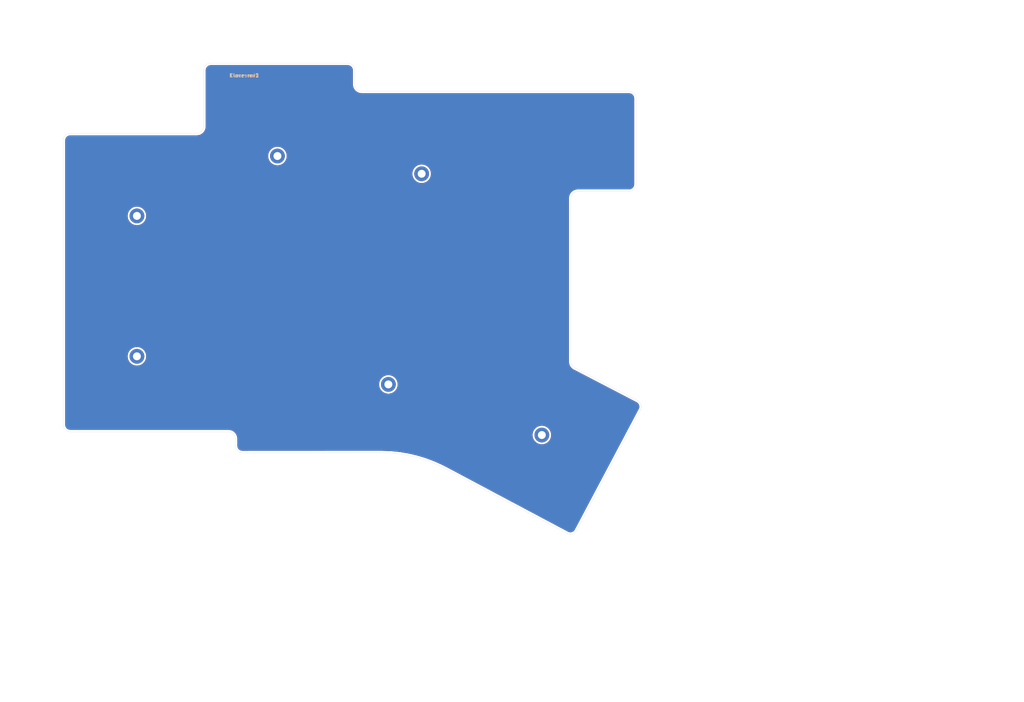
<source format=kicad_pcb>
(kicad_pcb (version 20171130) (host pcbnew "(5.1.6)-1")

  (general
    (thickness 1.6)
    (drawings 35)
    (tracks 0)
    (zones 0)
    (modules 6)
    (nets 1)
  )

  (page A4)
  (title_block
    (title "Klave Keyboard - Bottom")
    (date 2020-09-20)
    (rev 1)
  )

  (layers
    (0 F.Cu signal)
    (31 B.Cu signal)
    (32 B.Adhes user)
    (33 F.Adhes user)
    (34 B.Paste user)
    (35 F.Paste user)
    (36 B.SilkS user)
    (37 F.SilkS user)
    (38 B.Mask user)
    (39 F.Mask user)
    (40 Dwgs.User user)
    (41 Cmts.User user)
    (42 Eco1.User user)
    (43 Eco2.User user)
    (44 Edge.Cuts user)
    (45 Margin user)
    (46 B.CrtYd user)
    (47 F.CrtYd user)
    (48 B.Fab user)
    (49 F.Fab user)
  )

  (setup
    (last_trace_width 0.25)
    (trace_clearance 0.2)
    (zone_clearance 0.508)
    (zone_45_only no)
    (trace_min 0.25)
    (via_size 0.8)
    (via_drill 0.4)
    (via_min_size 0.4)
    (via_min_drill 0.3)
    (uvia_size 0.3)
    (uvia_drill 0.1)
    (uvias_allowed no)
    (uvia_min_size 0.2)
    (uvia_min_drill 0.1)
    (edge_width 0.05)
    (segment_width 0.2)
    (pcb_text_width 0.3)
    (pcb_text_size 1.5 1.5)
    (mod_edge_width 0.12)
    (mod_text_size 1 1)
    (mod_text_width 0.15)
    (pad_size 1.524 1.524)
    (pad_drill 0.762)
    (pad_to_mask_clearance 0.05)
    (aux_axis_origin 0 0)
    (visible_elements 7FFFFF7F)
    (pcbplotparams
      (layerselection 0x010fc_ffffffff)
      (usegerberextensions false)
      (usegerberattributes true)
      (usegerberadvancedattributes true)
      (creategerberjobfile true)
      (excludeedgelayer true)
      (linewidth 0.100000)
      (plotframeref false)
      (viasonmask false)
      (mode 1)
      (useauxorigin false)
      (hpglpennumber 1)
      (hpglpenspeed 20)
      (hpglpendiameter 15.000000)
      (psnegative false)
      (psa4output false)
      (plotreference true)
      (plotvalue true)
      (plotinvisibletext false)
      (padsonsilk false)
      (subtractmaskfromsilk false)
      (outputformat 1)
      (mirror false)
      (drillshape 0)
      (scaleselection 1)
      (outputdirectory "Gerber/"))
  )

  (net 0 "")

  (net_class Default "This is the default net class."
    (clearance 0.2)
    (trace_width 0.25)
    (via_dia 0.8)
    (via_drill 0.4)
    (uvia_dia 0.3)
    (uvia_drill 0.1)
    (diff_pair_width 0.25)
    (diff_pair_gap 0.25)
  )

  (module KlaveLib:MountingHole_4.0mm_2.15mm locked (layer F.Cu) (tedit 5F677360) (tstamp 5F5BBD53)
    (at 156.5 127.7)
    (path /5F5B5E1A)
    (fp_text reference H6 (at 0 0.5) (layer F.SilkS) hide
      (effects (font (size 1 1) (thickness 0.15)))
    )
    (fp_text value MountingHole (at 0 -0.5) (layer F.Fab) hide
      (effects (font (size 1 1) (thickness 0.15)))
    )
    (pad MH thru_hole circle (at 0 0) (size 4 4) (drill 2.15) (layers *.Cu *.Mask))
  )

  (module KlaveLib:MountingHole_4.0mm_2.15mm locked (layer F.Cu) (tedit 5F677360) (tstamp 5F5B8D83)
    (at 124 57)
    (path /5F5B5C05)
    (fp_text reference H5 (at 0 0.5) (layer F.SilkS) hide
      (effects (font (size 1 1) (thickness 0.15)))
    )
    (fp_text value MountingHole (at 0 -0.5) (layer F.Fab) hide
      (effects (font (size 1 1) (thickness 0.15)))
    )
    (pad MH thru_hole circle (at 0 0) (size 4 4) (drill 2.15) (layers *.Cu *.Mask))
  )

  (module KlaveLib:MountingHole_4.0mm_2.15mm locked (layer F.Cu) (tedit 5F677360) (tstamp 5F5B8D7E)
    (at 115 114)
    (path /5F5B5A17)
    (fp_text reference H4 (at 0 0.5) (layer F.SilkS) hide
      (effects (font (size 1 1) (thickness 0.15)))
    )
    (fp_text value MountingHole (at 0 -0.5) (layer F.Fab) hide
      (effects (font (size 1 1) (thickness 0.15)))
    )
    (pad MH thru_hole circle (at 0 0) (size 4 4) (drill 2.15) (layers *.Cu *.Mask))
  )

  (module KlaveLib:MountingHole_4.0mm_2.15mm locked (layer F.Cu) (tedit 5F677360) (tstamp 5F5B8D79)
    (at 85 52.2)
    (path /5F5B58B2)
    (fp_text reference H3 (at 0 0.5) (layer F.SilkS) hide
      (effects (font (size 1 1) (thickness 0.15)))
    )
    (fp_text value MountingHole (at 0 -0.5) (layer F.Fab) hide
      (effects (font (size 1 1) (thickness 0.15)))
    )
    (pad MH thru_hole circle (at 0 0) (size 4 4) (drill 2.15) (layers *.Cu *.Mask))
  )

  (module KlaveLib:MountingHole_4.0mm_2.15mm locked (layer F.Cu) (tedit 5F677360) (tstamp 5F5B8D74)
    (at 47 106.4)
    (path /5F5B55A1)
    (fp_text reference H2 (at 0 0.5) (layer F.SilkS) hide
      (effects (font (size 1 1) (thickness 0.15)))
    )
    (fp_text value MountingHole (at 0 -0.5) (layer F.Fab) hide
      (effects (font (size 1 1) (thickness 0.15)))
    )
    (pad MH thru_hole circle (at 0 0) (size 4 4) (drill 2.15) (layers *.Cu *.Mask))
  )

  (module KlaveLib:MountingHole_4.0mm_2.15mm locked (layer F.Cu) (tedit 5F677360) (tstamp 5F5BA69B)
    (at 47 68.4)
    (path /5F5B2965)
    (fp_text reference H1 (at 0 0.5) (layer F.SilkS) hide
      (effects (font (size 1 1) (thickness 0.15)))
    )
    (fp_text value MountingHole (at 0 -0.5) (layer F.Fab) hide
      (effects (font (size 1 1) (thickness 0.15)))
    )
    (pad MH thru_hole circle (at 0 0) (size 4 4) (drill 2.15) (layers *.Cu *.Mask))
  )

  (gr_arc (start 113 169.686253) (end 130.4825 136.8475) (angle -28.02967881) (layer Edge.Cuts) (width 0.05) (tstamp 5F564770))
  (gr_arc (start 181.4975 120.0325) (end 183.254999 120.744999) (angle -83.57226094) (layer Edge.Cuts) (width 0.05))
  (gr_arc (start 164.2075 152.665) (end 163.495001 154.422499) (angle -80.36645324) (layer Edge.Cuts) (width 0.05))
  (gr_arc (start 166.25 107.825) (end 164.35 107.825) (angle -58.29857939) (layer Edge.Cuts) (width 0.05))
  (gr_arc (start 166.25 63.65) (end 166.25 61.75) (angle -90) (layer Edge.Cuts) (width 0.05))
  (gr_arc (start 180.1 59.85) (end 180.1 61.75) (angle -90) (layer Edge.Cuts) (width 0.05))
  (gr_arc (start 180.1 36.575) (end 182 36.575) (angle -90) (layer Edge.Cuts) (width 0.05) (tstamp 5F56D788))
  (gr_arc (start 75.525 130.6) (end 73.625 130.6) (angle -90) (layer Edge.Cuts) (width 0.05))
  (gr_arc (start 71.725 128.725) (end 73.625 128.725) (angle -90) (layer Edge.Cuts) (width 0.05))
  (gr_arc (start 107.825 32.775) (end 105.925 32.775) (angle -90) (layer Edge.Cuts) (width 0.05))
  (gr_arc (start 104.025 28.975) (end 105.925 28.975) (angle -90) (layer Edge.Cuts) (width 0.05))
  (gr_arc (start 66.975 28.975) (end 66.975 27.075) (angle -90) (layer Edge.Cuts) (width 0.05))
  (gr_arc (start 28.975 124.925) (end 27.075 124.925) (angle -90) (layer Edge.Cuts) (width 0.05))
  (gr_arc (start 28.975 47.975) (end 28.975 46.075) (angle -90) (layer Edge.Cuts) (width 0.05))
  (gr_arc (start 63.175 44.175) (end 63.175 46.075) (angle -90) (layer Edge.Cuts) (width 0.05))
  (gr_text "Klave rev1" (at 76 30.4) (layer B.SilkS) (tstamp 5F55C415)
    (effects (font (size 1 1) (thickness 0.15)) (justify mirror))
  )
  (gr_text "Klave rev1" (at 76 30.4) (layer F.SilkS)
    (effects (font (size 1 1) (thickness 0.15)))
  )
  (gr_line (start 65.075 44.175) (end 65.075 28.975) (layer Edge.Cuts) (width 0.05))
  (dimension 156.4 (width 0.15) (layer Cmts.User) (tstamp 5F56476B)
    (gr_text "156.400 mm" (at 105.2 164.575) (layer Cmts.User) (tstamp 5F56476B)
      (effects (font (size 1 1) (thickness 0.15)))
    )
    (feature1 (pts (xy 27 120) (xy 27 163.861421)))
    (feature2 (pts (xy 183.4 120) (xy 183.4 163.861421)))
    (crossbar (pts (xy 183.4 163.275) (xy 27 163.275)))
    (arrow1a (pts (xy 27 163.275) (xy 28.126504 162.688579)))
    (arrow1b (pts (xy 27 163.275) (xy 28.126504 163.861421)))
    (arrow2a (pts (xy 183.4 163.275) (xy 182.273496 162.688579)))
    (arrow2b (pts (xy 183.4 163.275) (xy 182.273496 163.861421)))
  )
  (dimension 127.525002 (width 0.15) (layer Cmts.User)
    (gr_text "127.525 mm" (at 220.612498 90.860358 90) (layer Cmts.User)
      (effects (font (size 1 1) (thickness 0.15)))
    )
    (feature1 (pts (xy 104.025 27.075) (xy 219.911419 27.097718)))
    (feature2 (pts (xy 104 154.6) (xy 219.886419 154.622718)))
    (crossbar (pts (xy 219.299998 154.622603) (xy 219.324998 27.097603)))
    (arrow1a (pts (xy 219.324998 27.097603) (xy 219.911198 28.224222)))
    (arrow1b (pts (xy 219.324998 27.097603) (xy 218.738356 28.223992)))
    (arrow2a (pts (xy 219.299998 154.622603) (xy 219.88664 153.496214)))
    (arrow2b (pts (xy 219.299998 154.622603) (xy 218.713798 153.495984)))
  )
  (gr_line (start 73.625 128.725) (end 73.625 130.6) (layer Edge.Cuts) (width 0.05) (tstamp 5F552629))
  (gr_line (start 105.925 28.975) (end 105.925 32.775) (layer Edge.Cuts) (width 0.05))
  (gr_line (start 84.55 27.075) (end 104.025 27.075) (layer Edge.Cuts) (width 0.05))
  (gr_line (start 66.975 27.075) (end 84.55 27.075) (layer Edge.Cuts) (width 0.05))
  (gr_line (start 28.975 46.075) (end 63.175 46.075) (layer Edge.Cuts) (width 0.05))
  (gr_line (start 27.075 124.925) (end 27.075 47.975) (layer Edge.Cuts) (width 0.05))
  (gr_line (start 71.725 126.825) (end 28.975 126.825) (layer Edge.Cuts) (width 0.05))
  (gr_line (start 113 132.483813) (end 75.525 132.5) (layer Edge.Cuts) (width 0.05))
  (gr_line (start 163.495001 154.422499) (end 130.4825 136.8475) (layer Edge.Cuts) (width 0.05))
  (gr_line (start 183.254999 120.744999) (end 165.820981 153.661562) (layer Edge.Cuts) (width 0.05))
  (gr_line (start 165.251564 109.441516) (end 182.402272 118.365813) (layer Edge.Cuts) (width 0.05))
  (gr_line (start 164.35 63.65) (end 164.35 107.825) (layer Edge.Cuts) (width 0.05))
  (gr_line (start 180.1 61.75) (end 166.25 61.75) (layer Edge.Cuts) (width 0.05))
  (gr_line (start 182 36.575) (end 182 59.85) (layer Edge.Cuts) (width 0.05))
  (gr_line (start 107.825 34.675) (end 180.1 34.675) (layer Edge.Cuts) (width 0.05))

  (zone (net 0) (net_name "") (layer F.Cu) (tstamp 5F672D99) (hatch edge 0.508)
    (connect_pads (clearance 0.508))
    (min_thickness 0.254)
    (fill yes (arc_segments 32) (thermal_gap 0.508) (thermal_bridge_width 0.508))
    (polygon
      (pts
        (xy 286.9 199.975) (xy 9.975 199.975) (xy 9.975 9.975) (xy 286.9 9.975)
      )
    )
    (filled_polygon
      (pts
        (xy 104.265232 27.76172) (xy 104.496325 27.831491) (xy 104.709457 27.944816) (xy 104.896517 28.097378) (xy 105.050382 28.283369)
        (xy 105.165192 28.495706) (xy 105.236574 28.726303) (xy 105.265 28.996759) (xy 105.265001 32.807419) (xy 105.267844 32.836289)
        (xy 105.267762 32.848082) (xy 105.268662 32.857253) (xy 105.307423 33.226037) (xy 105.319444 33.2846) (xy 105.330659 33.343393)
        (xy 105.333323 33.352215) (xy 105.442976 33.706447) (xy 105.466164 33.76161) (xy 105.488566 33.817056) (xy 105.492892 33.825192)
        (xy 105.669261 34.151379) (xy 105.702706 34.200963) (xy 105.735466 34.251026) (xy 105.741291 34.258167) (xy 105.977657 34.543884)
        (xy 106.020089 34.586022) (xy 106.061955 34.628774) (xy 106.06905 34.634642) (xy 106.069056 34.634648) (xy 106.069063 34.634652)
        (xy 106.356417 34.869013) (xy 106.406192 34.902083) (xy 106.455598 34.935913) (xy 106.463705 34.940295) (xy 106.791115 35.114383)
        (xy 106.846416 35.137176) (xy 106.901401 35.160743) (xy 106.910204 35.163468) (xy 107.265193 35.270646) (xy 107.32391 35.282272)
        (xy 107.382386 35.294702) (xy 107.391549 35.295665) (xy 107.391551 35.295665) (xy 107.760596 35.33185) (xy 107.760598 35.33185)
        (xy 107.792581 35.335) (xy 180.067722 35.335) (xy 180.340232 35.36172) (xy 180.571325 35.431491) (xy 180.784457 35.544816)
        (xy 180.971517 35.697378) (xy 181.125382 35.883369) (xy 181.240192 36.095706) (xy 181.311574 36.326303) (xy 181.34 36.596759)
        (xy 181.340001 59.817711) (xy 181.31328 60.090232) (xy 181.243509 60.321325) (xy 181.130186 60.534454) (xy 180.977622 60.721517)
        (xy 180.791633 60.87538) (xy 180.579295 60.990192) (xy 180.348697 61.061574) (xy 180.078241 61.09) (xy 166.217581 61.09)
        (xy 166.188702 61.092844) (xy 166.176918 61.092762) (xy 166.167746 61.093662) (xy 165.798963 61.132423) (xy 165.74037 61.14445)
        (xy 165.681606 61.15566) (xy 165.672784 61.158323) (xy 165.318553 61.267976) (xy 165.263402 61.29116) (xy 165.207944 61.313566)
        (xy 165.199807 61.317892) (xy 164.873621 61.494261) (xy 164.824037 61.527706) (xy 164.773974 61.560466) (xy 164.766833 61.566291)
        (xy 164.481116 61.802657) (xy 164.438995 61.845073) (xy 164.396226 61.886955) (xy 164.390353 61.894056) (xy 164.155987 62.181417)
        (xy 164.122917 62.231192) (xy 164.089087 62.280598) (xy 164.084705 62.288705) (xy 163.910618 62.616115) (xy 163.887826 62.671411)
        (xy 163.864257 62.726401) (xy 163.861532 62.735204) (xy 163.754354 63.090193) (xy 163.742728 63.14891) (xy 163.730298 63.207386)
        (xy 163.729335 63.21655) (xy 163.69315 63.585596) (xy 163.69 63.617582) (xy 163.690001 107.857419) (xy 163.69065 107.864009)
        (xy 163.691662 107.914443) (xy 163.695692 107.94849) (xy 163.696588 107.982765) (xy 163.697791 107.991901) (xy 163.748749 108.359198)
        (xy 163.762703 108.417327) (xy 163.77586 108.475719) (xy 163.778815 108.484448) (xy 163.900143 108.834852) (xy 163.925126 108.889172)
        (xy 163.949372 108.94389) (xy 163.953966 108.951879) (xy 164.141045 109.272044) (xy 164.176134 109.32052) (xy 164.210514 109.369441)
        (xy 164.216572 109.376386) (xy 164.462274 109.654116) (xy 164.506109 109.694852) (xy 164.549339 109.736166) (xy 164.556631 109.741802)
        (xy 164.8192 109.941836) (xy 164.836546 109.958802) (xy 164.918154 110.012031) (xy 182.063831 118.933711) (xy 182.2852 119.083565)
        (xy 182.454513 119.254634) (xy 182.587375 119.455333) (xy 182.678725 119.678018) (xy 182.725081 119.914201) (xy 182.72468 120.154896)
        (xy 182.674112 120.408064) (xy 182.648998 120.479054) (xy 165.26312 153.304727) (xy 165.110902 153.504533) (xy 164.930629 153.664016)
        (xy 164.722818 153.785444) (xy 164.495367 153.8642) (xy 164.256966 153.897275) (xy 164.01667 153.883414) (xy 163.764211 153.818118)
        (xy 130.764036 136.249681) (xy 130.758364 136.247343) (xy 129.549365 135.632261) (xy 129.546673 135.630999) (xy 129.544067 135.629596)
        (xy 129.519064 135.617803) (xy 127.325571 134.638903) (xy 127.318643 134.636076) (xy 127.311829 134.632956) (xy 127.286117 134.622802)
        (xy 125.034025 133.787492) (xy 125.026921 133.785115) (xy 125.019926 133.782444) (xy 124.993613 133.773971) (xy 122.692311 133.085736)
        (xy 122.68508 133.083826) (xy 122.677917 133.081608) (xy 122.651112 133.07485) (xy 120.310193 132.536558) (xy 120.302833 132.535114)
        (xy 120.295563 132.533369) (xy 120.268377 132.528354) (xy 117.8976 132.142248) (xy 117.890171 132.141283) (xy 117.882794 132.140009)
        (xy 117.855352 132.136761) (xy 117.855342 132.13676) (xy 117.855339 132.13676) (xy 115.46459 131.904451) (xy 115.457118 131.903968)
        (xy 115.449671 131.903172) (xy 115.422066 131.901701) (xy 113.04288 131.824854) (xy 113.032133 131.8238) (xy 75.557146 131.839987)
        (xy 75.284768 131.81328) (xy 75.053675 131.743509) (xy 74.840546 131.630186) (xy 74.653483 131.477622) (xy 74.49962 131.291633)
        (xy 74.384808 131.079295) (xy 74.313426 130.848697) (xy 74.285 130.578241) (xy 74.285 128.692581) (xy 74.282156 128.663702)
        (xy 74.282238 128.651918) (xy 74.281338 128.642746) (xy 74.242577 128.273963) (xy 74.23055 128.21537) (xy 74.21934 128.156606)
        (xy 74.216677 128.147784) (xy 74.107024 127.793553) (xy 74.08384 127.738402) (xy 74.061434 127.682944) (xy 74.057108 127.674807)
        (xy 73.930405 127.440475) (xy 153.865 127.440475) (xy 153.865 127.959525) (xy 153.966261 128.468601) (xy 154.164893 128.948141)
        (xy 154.453262 129.379715) (xy 154.820285 129.746738) (xy 155.251859 130.035107) (xy 155.731399 130.233739) (xy 156.240475 130.335)
        (xy 156.759525 130.335) (xy 157.268601 130.233739) (xy 157.748141 130.035107) (xy 158.179715 129.746738) (xy 158.546738 129.379715)
        (xy 158.835107 128.948141) (xy 159.033739 128.468601) (xy 159.135 127.959525) (xy 159.135 127.440475) (xy 159.033739 126.931399)
        (xy 158.835107 126.451859) (xy 158.546738 126.020285) (xy 158.179715 125.653262) (xy 157.748141 125.364893) (xy 157.268601 125.166261)
        (xy 156.759525 125.065) (xy 156.240475 125.065) (xy 155.731399 125.166261) (xy 155.251859 125.364893) (xy 154.820285 125.653262)
        (xy 154.453262 126.020285) (xy 154.164893 126.451859) (xy 153.966261 126.931399) (xy 153.865 127.440475) (xy 73.930405 127.440475)
        (xy 73.880739 127.348621) (xy 73.847294 127.299037) (xy 73.814534 127.248974) (xy 73.808709 127.241833) (xy 73.572343 126.956116)
        (xy 73.529927 126.913995) (xy 73.488045 126.871226) (xy 73.480944 126.865353) (xy 73.193583 126.630987) (xy 73.143808 126.597917)
        (xy 73.094402 126.564087) (xy 73.086295 126.559705) (xy 72.758885 126.385618) (xy 72.703589 126.362826) (xy 72.648599 126.339257)
        (xy 72.639796 126.336532) (xy 72.284807 126.229354) (xy 72.22609 126.217728) (xy 72.167614 126.205298) (xy 72.15845 126.204335)
        (xy 71.789404 126.16815) (xy 71.789402 126.16815) (xy 71.757419 126.165) (xy 29.007279 126.165) (xy 28.734768 126.13828)
        (xy 28.503675 126.068509) (xy 28.290546 125.955186) (xy 28.103483 125.802622) (xy 27.94962 125.616633) (xy 27.834808 125.404295)
        (xy 27.763426 125.173697) (xy 27.735 124.903241) (xy 27.735 113.740475) (xy 112.365 113.740475) (xy 112.365 114.259525)
        (xy 112.466261 114.768601) (xy 112.664893 115.248141) (xy 112.953262 115.679715) (xy 113.320285 116.046738) (xy 113.751859 116.335107)
        (xy 114.231399 116.533739) (xy 114.740475 116.635) (xy 115.259525 116.635) (xy 115.768601 116.533739) (xy 116.248141 116.335107)
        (xy 116.679715 116.046738) (xy 117.046738 115.679715) (xy 117.335107 115.248141) (xy 117.533739 114.768601) (xy 117.635 114.259525)
        (xy 117.635 113.740475) (xy 117.533739 113.231399) (xy 117.335107 112.751859) (xy 117.046738 112.320285) (xy 116.679715 111.953262)
        (xy 116.248141 111.664893) (xy 115.768601 111.466261) (xy 115.259525 111.365) (xy 114.740475 111.365) (xy 114.231399 111.466261)
        (xy 113.751859 111.664893) (xy 113.320285 111.953262) (xy 112.953262 112.320285) (xy 112.664893 112.751859) (xy 112.466261 113.231399)
        (xy 112.365 113.740475) (xy 27.735 113.740475) (xy 27.735 106.140475) (xy 44.365 106.140475) (xy 44.365 106.659525)
        (xy 44.466261 107.168601) (xy 44.664893 107.648141) (xy 44.953262 108.079715) (xy 45.320285 108.446738) (xy 45.751859 108.735107)
        (xy 46.231399 108.933739) (xy 46.740475 109.035) (xy 47.259525 109.035) (xy 47.768601 108.933739) (xy 48.248141 108.735107)
        (xy 48.679715 108.446738) (xy 49.046738 108.079715) (xy 49.335107 107.648141) (xy 49.533739 107.168601) (xy 49.635 106.659525)
        (xy 49.635 106.140475) (xy 49.533739 105.631399) (xy 49.335107 105.151859) (xy 49.046738 104.720285) (xy 48.679715 104.353262)
        (xy 48.248141 104.064893) (xy 47.768601 103.866261) (xy 47.259525 103.765) (xy 46.740475 103.765) (xy 46.231399 103.866261)
        (xy 45.751859 104.064893) (xy 45.320285 104.353262) (xy 44.953262 104.720285) (xy 44.664893 105.151859) (xy 44.466261 105.631399)
        (xy 44.365 106.140475) (xy 27.735 106.140475) (xy 27.735 68.140475) (xy 44.365 68.140475) (xy 44.365 68.659525)
        (xy 44.466261 69.168601) (xy 44.664893 69.648141) (xy 44.953262 70.079715) (xy 45.320285 70.446738) (xy 45.751859 70.735107)
        (xy 46.231399 70.933739) (xy 46.740475 71.035) (xy 47.259525 71.035) (xy 47.768601 70.933739) (xy 48.248141 70.735107)
        (xy 48.679715 70.446738) (xy 49.046738 70.079715) (xy 49.335107 69.648141) (xy 49.533739 69.168601) (xy 49.635 68.659525)
        (xy 49.635 68.140475) (xy 49.533739 67.631399) (xy 49.335107 67.151859) (xy 49.046738 66.720285) (xy 48.679715 66.353262)
        (xy 48.248141 66.064893) (xy 47.768601 65.866261) (xy 47.259525 65.765) (xy 46.740475 65.765) (xy 46.231399 65.866261)
        (xy 45.751859 66.064893) (xy 45.320285 66.353262) (xy 44.953262 66.720285) (xy 44.664893 67.151859) (xy 44.466261 67.631399)
        (xy 44.365 68.140475) (xy 27.735 68.140475) (xy 27.735 56.740475) (xy 121.365 56.740475) (xy 121.365 57.259525)
        (xy 121.466261 57.768601) (xy 121.664893 58.248141) (xy 121.953262 58.679715) (xy 122.320285 59.046738) (xy 122.751859 59.335107)
        (xy 123.231399 59.533739) (xy 123.740475 59.635) (xy 124.259525 59.635) (xy 124.768601 59.533739) (xy 125.248141 59.335107)
        (xy 125.679715 59.046738) (xy 126.046738 58.679715) (xy 126.335107 58.248141) (xy 126.533739 57.768601) (xy 126.635 57.259525)
        (xy 126.635 56.740475) (xy 126.533739 56.231399) (xy 126.335107 55.751859) (xy 126.046738 55.320285) (xy 125.679715 54.953262)
        (xy 125.248141 54.664893) (xy 124.768601 54.466261) (xy 124.259525 54.365) (xy 123.740475 54.365) (xy 123.231399 54.466261)
        (xy 122.751859 54.664893) (xy 122.320285 54.953262) (xy 121.953262 55.320285) (xy 121.664893 55.751859) (xy 121.466261 56.231399)
        (xy 121.365 56.740475) (xy 27.735 56.740475) (xy 27.735 51.940475) (xy 82.365 51.940475) (xy 82.365 52.459525)
        (xy 82.466261 52.968601) (xy 82.664893 53.448141) (xy 82.953262 53.879715) (xy 83.320285 54.246738) (xy 83.751859 54.535107)
        (xy 84.231399 54.733739) (xy 84.740475 54.835) (xy 85.259525 54.835) (xy 85.768601 54.733739) (xy 86.248141 54.535107)
        (xy 86.679715 54.246738) (xy 87.046738 53.879715) (xy 87.335107 53.448141) (xy 87.533739 52.968601) (xy 87.635 52.459525)
        (xy 87.635 51.940475) (xy 87.533739 51.431399) (xy 87.335107 50.951859) (xy 87.046738 50.520285) (xy 86.679715 50.153262)
        (xy 86.248141 49.864893) (xy 85.768601 49.666261) (xy 85.259525 49.565) (xy 84.740475 49.565) (xy 84.231399 49.666261)
        (xy 83.751859 49.864893) (xy 83.320285 50.153262) (xy 82.953262 50.520285) (xy 82.664893 50.951859) (xy 82.466261 51.431399)
        (xy 82.365 51.940475) (xy 27.735 51.940475) (xy 27.735 48.007278) (xy 27.76172 47.734768) (xy 27.831491 47.503675)
        (xy 27.944816 47.290543) (xy 28.097378 47.103483) (xy 28.283369 46.949618) (xy 28.495706 46.834808) (xy 28.726303 46.763426)
        (xy 28.996759 46.735) (xy 63.207419 46.735) (xy 63.236298 46.732156) (xy 63.248082 46.732238) (xy 63.257253 46.731338)
        (xy 63.626037 46.692577) (xy 63.6846 46.680556) (xy 63.743393 46.669341) (xy 63.752215 46.666677) (xy 64.106447 46.557024)
        (xy 64.16161 46.533836) (xy 64.217056 46.511434) (xy 64.225192 46.507108) (xy 64.551379 46.330739) (xy 64.600963 46.297294)
        (xy 64.651026 46.264534) (xy 64.658167 46.258709) (xy 64.943884 46.022343) (xy 64.986022 45.979911) (xy 65.028774 45.938045)
        (xy 65.034642 45.93095) (xy 65.034648 45.930944) (xy 65.034652 45.930937) (xy 65.269013 45.643583) (xy 65.302083 45.593808)
        (xy 65.335913 45.544402) (xy 65.340295 45.536295) (xy 65.514383 45.208885) (xy 65.537176 45.153584) (xy 65.560743 45.098599)
        (xy 65.563468 45.089796) (xy 65.670646 44.734807) (xy 65.682272 44.67609) (xy 65.694702 44.617614) (xy 65.695665 44.608449)
        (xy 65.73185 44.239404) (xy 65.73185 44.239402) (xy 65.735 44.207419) (xy 65.735 29.007278) (xy 65.76172 28.734768)
        (xy 65.831491 28.503675) (xy 65.944816 28.290543) (xy 66.097378 28.103483) (xy 66.283369 27.949618) (xy 66.495706 27.834808)
        (xy 66.726303 27.763426) (xy 66.996759 27.735) (xy 103.992722 27.735)
      )
    )
  )
  (zone (net 0) (net_name "") (layer B.Cu) (tstamp 5F672D96) (hatch edge 0.508)
    (connect_pads (clearance 0.508))
    (min_thickness 0.254)
    (fill yes (arc_segments 32) (thermal_gap 0.508) (thermal_bridge_width 0.508))
    (polygon
      (pts
        (xy 286.9 199.975) (xy 9.975 199.975) (xy 9.975 9.975) (xy 286.9 9.975)
      )
    )
    (filled_polygon
      (pts
        (xy 104.265232 27.76172) (xy 104.496325 27.831491) (xy 104.709457 27.944816) (xy 104.896517 28.097378) (xy 105.050382 28.283369)
        (xy 105.165192 28.495706) (xy 105.236574 28.726303) (xy 105.265 28.996759) (xy 105.265001 32.807419) (xy 105.267844 32.836289)
        (xy 105.267762 32.848082) (xy 105.268662 32.857253) (xy 105.307423 33.226037) (xy 105.319444 33.2846) (xy 105.330659 33.343393)
        (xy 105.333323 33.352215) (xy 105.442976 33.706447) (xy 105.466164 33.76161) (xy 105.488566 33.817056) (xy 105.492892 33.825192)
        (xy 105.669261 34.151379) (xy 105.702706 34.200963) (xy 105.735466 34.251026) (xy 105.741291 34.258167) (xy 105.977657 34.543884)
        (xy 106.020089 34.586022) (xy 106.061955 34.628774) (xy 106.06905 34.634642) (xy 106.069056 34.634648) (xy 106.069063 34.634652)
        (xy 106.356417 34.869013) (xy 106.406192 34.902083) (xy 106.455598 34.935913) (xy 106.463705 34.940295) (xy 106.791115 35.114383)
        (xy 106.846416 35.137176) (xy 106.901401 35.160743) (xy 106.910204 35.163468) (xy 107.265193 35.270646) (xy 107.32391 35.282272)
        (xy 107.382386 35.294702) (xy 107.391549 35.295665) (xy 107.391551 35.295665) (xy 107.760596 35.33185) (xy 107.760598 35.33185)
        (xy 107.792581 35.335) (xy 180.067722 35.335) (xy 180.340232 35.36172) (xy 180.571325 35.431491) (xy 180.784457 35.544816)
        (xy 180.971517 35.697378) (xy 181.125382 35.883369) (xy 181.240192 36.095706) (xy 181.311574 36.326303) (xy 181.34 36.596759)
        (xy 181.340001 59.817711) (xy 181.31328 60.090232) (xy 181.243509 60.321325) (xy 181.130186 60.534454) (xy 180.977622 60.721517)
        (xy 180.791633 60.87538) (xy 180.579295 60.990192) (xy 180.348697 61.061574) (xy 180.078241 61.09) (xy 166.217581 61.09)
        (xy 166.188702 61.092844) (xy 166.176918 61.092762) (xy 166.167746 61.093662) (xy 165.798963 61.132423) (xy 165.74037 61.14445)
        (xy 165.681606 61.15566) (xy 165.672784 61.158323) (xy 165.318553 61.267976) (xy 165.263402 61.29116) (xy 165.207944 61.313566)
        (xy 165.199807 61.317892) (xy 164.873621 61.494261) (xy 164.824037 61.527706) (xy 164.773974 61.560466) (xy 164.766833 61.566291)
        (xy 164.481116 61.802657) (xy 164.438995 61.845073) (xy 164.396226 61.886955) (xy 164.390353 61.894056) (xy 164.155987 62.181417)
        (xy 164.122917 62.231192) (xy 164.089087 62.280598) (xy 164.084705 62.288705) (xy 163.910618 62.616115) (xy 163.887826 62.671411)
        (xy 163.864257 62.726401) (xy 163.861532 62.735204) (xy 163.754354 63.090193) (xy 163.742728 63.14891) (xy 163.730298 63.207386)
        (xy 163.729335 63.21655) (xy 163.69315 63.585596) (xy 163.69 63.617582) (xy 163.690001 107.857419) (xy 163.69065 107.864009)
        (xy 163.691662 107.914443) (xy 163.695692 107.94849) (xy 163.696588 107.982765) (xy 163.697791 107.991901) (xy 163.748749 108.359198)
        (xy 163.762703 108.417327) (xy 163.77586 108.475719) (xy 163.778815 108.484448) (xy 163.900143 108.834852) (xy 163.925126 108.889172)
        (xy 163.949372 108.94389) (xy 163.953966 108.951879) (xy 164.141045 109.272044) (xy 164.176134 109.32052) (xy 164.210514 109.369441)
        (xy 164.216572 109.376386) (xy 164.462274 109.654116) (xy 164.506109 109.694852) (xy 164.549339 109.736166) (xy 164.556631 109.741802)
        (xy 164.8192 109.941836) (xy 164.836546 109.958802) (xy 164.918154 110.012031) (xy 182.063831 118.933711) (xy 182.2852 119.083565)
        (xy 182.454513 119.254634) (xy 182.587375 119.455333) (xy 182.678725 119.678018) (xy 182.725081 119.914201) (xy 182.72468 120.154896)
        (xy 182.674112 120.408064) (xy 182.648998 120.479054) (xy 165.26312 153.304727) (xy 165.110902 153.504533) (xy 164.930629 153.664016)
        (xy 164.722818 153.785444) (xy 164.495367 153.8642) (xy 164.256966 153.897275) (xy 164.01667 153.883414) (xy 163.764211 153.818118)
        (xy 130.764036 136.249681) (xy 130.758364 136.247343) (xy 129.549365 135.632261) (xy 129.546673 135.630999) (xy 129.544067 135.629596)
        (xy 129.519064 135.617803) (xy 127.325571 134.638903) (xy 127.318643 134.636076) (xy 127.311829 134.632956) (xy 127.286117 134.622802)
        (xy 125.034025 133.787492) (xy 125.026921 133.785115) (xy 125.019926 133.782444) (xy 124.993613 133.773971) (xy 122.692311 133.085736)
        (xy 122.68508 133.083826) (xy 122.677917 133.081608) (xy 122.651112 133.07485) (xy 120.310193 132.536558) (xy 120.302833 132.535114)
        (xy 120.295563 132.533369) (xy 120.268377 132.528354) (xy 117.8976 132.142248) (xy 117.890171 132.141283) (xy 117.882794 132.140009)
        (xy 117.855352 132.136761) (xy 117.855342 132.13676) (xy 117.855339 132.13676) (xy 115.46459 131.904451) (xy 115.457118 131.903968)
        (xy 115.449671 131.903172) (xy 115.422066 131.901701) (xy 113.04288 131.824854) (xy 113.032133 131.8238) (xy 75.557146 131.839987)
        (xy 75.284768 131.81328) (xy 75.053675 131.743509) (xy 74.840546 131.630186) (xy 74.653483 131.477622) (xy 74.49962 131.291633)
        (xy 74.384808 131.079295) (xy 74.313426 130.848697) (xy 74.285 130.578241) (xy 74.285 128.692581) (xy 74.282156 128.663702)
        (xy 74.282238 128.651918) (xy 74.281338 128.642746) (xy 74.242577 128.273963) (xy 74.23055 128.21537) (xy 74.21934 128.156606)
        (xy 74.216677 128.147784) (xy 74.107024 127.793553) (xy 74.08384 127.738402) (xy 74.061434 127.682944) (xy 74.057108 127.674807)
        (xy 73.930405 127.440475) (xy 153.865 127.440475) (xy 153.865 127.959525) (xy 153.966261 128.468601) (xy 154.164893 128.948141)
        (xy 154.453262 129.379715) (xy 154.820285 129.746738) (xy 155.251859 130.035107) (xy 155.731399 130.233739) (xy 156.240475 130.335)
        (xy 156.759525 130.335) (xy 157.268601 130.233739) (xy 157.748141 130.035107) (xy 158.179715 129.746738) (xy 158.546738 129.379715)
        (xy 158.835107 128.948141) (xy 159.033739 128.468601) (xy 159.135 127.959525) (xy 159.135 127.440475) (xy 159.033739 126.931399)
        (xy 158.835107 126.451859) (xy 158.546738 126.020285) (xy 158.179715 125.653262) (xy 157.748141 125.364893) (xy 157.268601 125.166261)
        (xy 156.759525 125.065) (xy 156.240475 125.065) (xy 155.731399 125.166261) (xy 155.251859 125.364893) (xy 154.820285 125.653262)
        (xy 154.453262 126.020285) (xy 154.164893 126.451859) (xy 153.966261 126.931399) (xy 153.865 127.440475) (xy 73.930405 127.440475)
        (xy 73.880739 127.348621) (xy 73.847294 127.299037) (xy 73.814534 127.248974) (xy 73.808709 127.241833) (xy 73.572343 126.956116)
        (xy 73.529927 126.913995) (xy 73.488045 126.871226) (xy 73.480944 126.865353) (xy 73.193583 126.630987) (xy 73.143808 126.597917)
        (xy 73.094402 126.564087) (xy 73.086295 126.559705) (xy 72.758885 126.385618) (xy 72.703589 126.362826) (xy 72.648599 126.339257)
        (xy 72.639796 126.336532) (xy 72.284807 126.229354) (xy 72.22609 126.217728) (xy 72.167614 126.205298) (xy 72.15845 126.204335)
        (xy 71.789404 126.16815) (xy 71.789402 126.16815) (xy 71.757419 126.165) (xy 29.007279 126.165) (xy 28.734768 126.13828)
        (xy 28.503675 126.068509) (xy 28.290546 125.955186) (xy 28.103483 125.802622) (xy 27.94962 125.616633) (xy 27.834808 125.404295)
        (xy 27.763426 125.173697) (xy 27.735 124.903241) (xy 27.735 113.740475) (xy 112.365 113.740475) (xy 112.365 114.259525)
        (xy 112.466261 114.768601) (xy 112.664893 115.248141) (xy 112.953262 115.679715) (xy 113.320285 116.046738) (xy 113.751859 116.335107)
        (xy 114.231399 116.533739) (xy 114.740475 116.635) (xy 115.259525 116.635) (xy 115.768601 116.533739) (xy 116.248141 116.335107)
        (xy 116.679715 116.046738) (xy 117.046738 115.679715) (xy 117.335107 115.248141) (xy 117.533739 114.768601) (xy 117.635 114.259525)
        (xy 117.635 113.740475) (xy 117.533739 113.231399) (xy 117.335107 112.751859) (xy 117.046738 112.320285) (xy 116.679715 111.953262)
        (xy 116.248141 111.664893) (xy 115.768601 111.466261) (xy 115.259525 111.365) (xy 114.740475 111.365) (xy 114.231399 111.466261)
        (xy 113.751859 111.664893) (xy 113.320285 111.953262) (xy 112.953262 112.320285) (xy 112.664893 112.751859) (xy 112.466261 113.231399)
        (xy 112.365 113.740475) (xy 27.735 113.740475) (xy 27.735 106.140475) (xy 44.365 106.140475) (xy 44.365 106.659525)
        (xy 44.466261 107.168601) (xy 44.664893 107.648141) (xy 44.953262 108.079715) (xy 45.320285 108.446738) (xy 45.751859 108.735107)
        (xy 46.231399 108.933739) (xy 46.740475 109.035) (xy 47.259525 109.035) (xy 47.768601 108.933739) (xy 48.248141 108.735107)
        (xy 48.679715 108.446738) (xy 49.046738 108.079715) (xy 49.335107 107.648141) (xy 49.533739 107.168601) (xy 49.635 106.659525)
        (xy 49.635 106.140475) (xy 49.533739 105.631399) (xy 49.335107 105.151859) (xy 49.046738 104.720285) (xy 48.679715 104.353262)
        (xy 48.248141 104.064893) (xy 47.768601 103.866261) (xy 47.259525 103.765) (xy 46.740475 103.765) (xy 46.231399 103.866261)
        (xy 45.751859 104.064893) (xy 45.320285 104.353262) (xy 44.953262 104.720285) (xy 44.664893 105.151859) (xy 44.466261 105.631399)
        (xy 44.365 106.140475) (xy 27.735 106.140475) (xy 27.735 68.140475) (xy 44.365 68.140475) (xy 44.365 68.659525)
        (xy 44.466261 69.168601) (xy 44.664893 69.648141) (xy 44.953262 70.079715) (xy 45.320285 70.446738) (xy 45.751859 70.735107)
        (xy 46.231399 70.933739) (xy 46.740475 71.035) (xy 47.259525 71.035) (xy 47.768601 70.933739) (xy 48.248141 70.735107)
        (xy 48.679715 70.446738) (xy 49.046738 70.079715) (xy 49.335107 69.648141) (xy 49.533739 69.168601) (xy 49.635 68.659525)
        (xy 49.635 68.140475) (xy 49.533739 67.631399) (xy 49.335107 67.151859) (xy 49.046738 66.720285) (xy 48.679715 66.353262)
        (xy 48.248141 66.064893) (xy 47.768601 65.866261) (xy 47.259525 65.765) (xy 46.740475 65.765) (xy 46.231399 65.866261)
        (xy 45.751859 66.064893) (xy 45.320285 66.353262) (xy 44.953262 66.720285) (xy 44.664893 67.151859) (xy 44.466261 67.631399)
        (xy 44.365 68.140475) (xy 27.735 68.140475) (xy 27.735 56.740475) (xy 121.365 56.740475) (xy 121.365 57.259525)
        (xy 121.466261 57.768601) (xy 121.664893 58.248141) (xy 121.953262 58.679715) (xy 122.320285 59.046738) (xy 122.751859 59.335107)
        (xy 123.231399 59.533739) (xy 123.740475 59.635) (xy 124.259525 59.635) (xy 124.768601 59.533739) (xy 125.248141 59.335107)
        (xy 125.679715 59.046738) (xy 126.046738 58.679715) (xy 126.335107 58.248141) (xy 126.533739 57.768601) (xy 126.635 57.259525)
        (xy 126.635 56.740475) (xy 126.533739 56.231399) (xy 126.335107 55.751859) (xy 126.046738 55.320285) (xy 125.679715 54.953262)
        (xy 125.248141 54.664893) (xy 124.768601 54.466261) (xy 124.259525 54.365) (xy 123.740475 54.365) (xy 123.231399 54.466261)
        (xy 122.751859 54.664893) (xy 122.320285 54.953262) (xy 121.953262 55.320285) (xy 121.664893 55.751859) (xy 121.466261 56.231399)
        (xy 121.365 56.740475) (xy 27.735 56.740475) (xy 27.735 51.940475) (xy 82.365 51.940475) (xy 82.365 52.459525)
        (xy 82.466261 52.968601) (xy 82.664893 53.448141) (xy 82.953262 53.879715) (xy 83.320285 54.246738) (xy 83.751859 54.535107)
        (xy 84.231399 54.733739) (xy 84.740475 54.835) (xy 85.259525 54.835) (xy 85.768601 54.733739) (xy 86.248141 54.535107)
        (xy 86.679715 54.246738) (xy 87.046738 53.879715) (xy 87.335107 53.448141) (xy 87.533739 52.968601) (xy 87.635 52.459525)
        (xy 87.635 51.940475) (xy 87.533739 51.431399) (xy 87.335107 50.951859) (xy 87.046738 50.520285) (xy 86.679715 50.153262)
        (xy 86.248141 49.864893) (xy 85.768601 49.666261) (xy 85.259525 49.565) (xy 84.740475 49.565) (xy 84.231399 49.666261)
        (xy 83.751859 49.864893) (xy 83.320285 50.153262) (xy 82.953262 50.520285) (xy 82.664893 50.951859) (xy 82.466261 51.431399)
        (xy 82.365 51.940475) (xy 27.735 51.940475) (xy 27.735 48.007278) (xy 27.76172 47.734768) (xy 27.831491 47.503675)
        (xy 27.944816 47.290543) (xy 28.097378 47.103483) (xy 28.283369 46.949618) (xy 28.495706 46.834808) (xy 28.726303 46.763426)
        (xy 28.996759 46.735) (xy 63.207419 46.735) (xy 63.236298 46.732156) (xy 63.248082 46.732238) (xy 63.257253 46.731338)
        (xy 63.626037 46.692577) (xy 63.6846 46.680556) (xy 63.743393 46.669341) (xy 63.752215 46.666677) (xy 64.106447 46.557024)
        (xy 64.16161 46.533836) (xy 64.217056 46.511434) (xy 64.225192 46.507108) (xy 64.551379 46.330739) (xy 64.600963 46.297294)
        (xy 64.651026 46.264534) (xy 64.658167 46.258709) (xy 64.943884 46.022343) (xy 64.986022 45.979911) (xy 65.028774 45.938045)
        (xy 65.034642 45.93095) (xy 65.034648 45.930944) (xy 65.034652 45.930937) (xy 65.269013 45.643583) (xy 65.302083 45.593808)
        (xy 65.335913 45.544402) (xy 65.340295 45.536295) (xy 65.514383 45.208885) (xy 65.537176 45.153584) (xy 65.560743 45.098599)
        (xy 65.563468 45.089796) (xy 65.670646 44.734807) (xy 65.682272 44.67609) (xy 65.694702 44.617614) (xy 65.695665 44.608449)
        (xy 65.73185 44.239404) (xy 65.73185 44.239402) (xy 65.735 44.207419) (xy 65.735 29.007278) (xy 65.76172 28.734768)
        (xy 65.831491 28.503675) (xy 65.944816 28.290543) (xy 66.097378 28.103483) (xy 66.283369 27.949618) (xy 66.495706 27.834808)
        (xy 66.726303 27.763426) (xy 66.996759 27.735) (xy 103.992722 27.735)
      )
    )
  )
)

</source>
